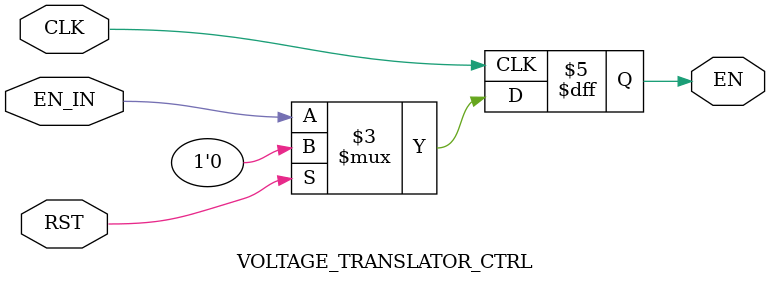
<source format=v>
`timescale 1ns / 1ps

/* 
 * Module:   VOLTAGE_TRANSLATOR_CTRL
 * Function: Voltage translator controller.
 *
 * Inputs: 
 * 	CLK
 * 	RST
 * 	EN_IN: Enables the voltage translators when high.
 *           Disables the voltage translators when low.
 * 
 * Outputs: 
 *		EN:    Same value as EN_IN (synchronous assignment).
 * 
 * NOTICE:   The voltage translators must not be enabled when reading
 *           from SRAM!
 */
module VOLTAGE_TRANSLATOR_CTRL(CLK, RST, EN_IN, EN);
	input CLK;
	input RST;	
	input EN_IN;
	
	output reg EN;
	
	always@(posedge CLK) begin
		if (RST) begin
			// Disable when resetting for safety.
			EN <= 1'b0;
		end
		else begin
			EN <= EN_IN;
		end
	end
	
endmodule

</source>
